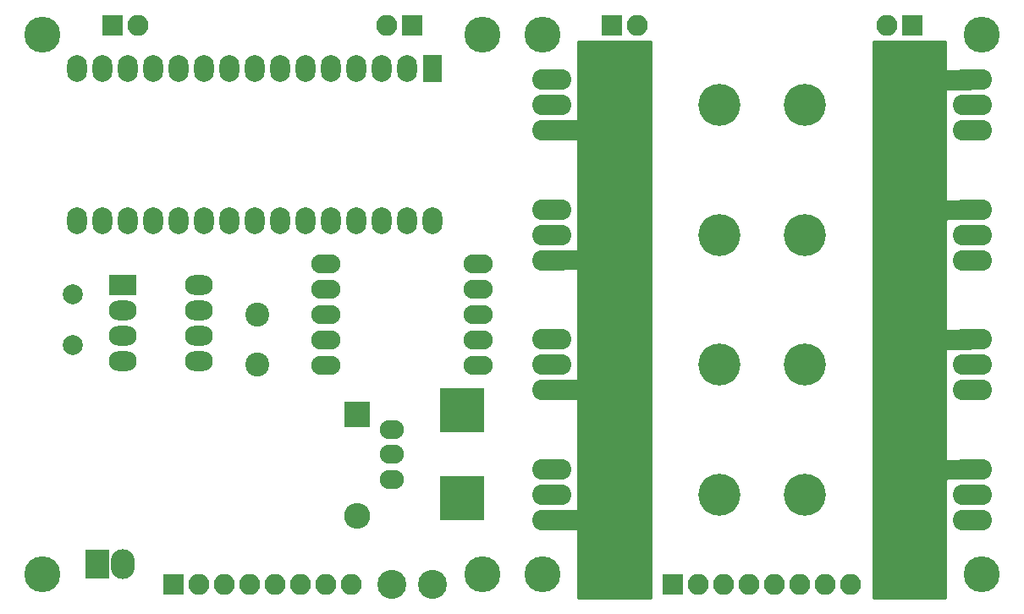
<source format=gbr>
G04 #@! TF.FileFunction,Soldermask,Bot*
%FSLAX46Y46*%
G04 Gerber Fmt 4.6, Leading zero omitted, Abs format (unit mm)*
G04 Created by KiCad (PCBNEW 4.0.4-stable) date 02/25/17 10:50:14*
%MOMM*%
%LPD*%
G01*
G04 APERTURE LIST*
%ADD10C,0.100000*%
%ADD11C,2.900000*%
%ADD12C,3.600000*%
%ADD13C,2.000000*%
%ADD14C,2.400000*%
%ADD15R,2.600000X2.600000*%
%ADD16O,2.600000X2.600000*%
%ADD17O,2.924000X1.924000*%
%ADD18R,2.400000X3.000000*%
%ADD19O,2.400000X3.000000*%
%ADD20R,2.100000X2.100000*%
%ADD21O,2.100000X2.100000*%
%ADD22R,2.800000X2.000000*%
%ADD23O,2.800000X2.000000*%
%ADD24O,2.400000X1.924000*%
%ADD25R,4.400000X4.400000*%
%ADD26R,1.974800X2.686000*%
%ADD27O,1.974800X2.686000*%
%ADD28C,2.899360*%
%ADD29O,3.900120X2.099260*%
%ADD30C,4.199840*%
%ADD31C,0.254000*%
G04 APERTURE END LIST*
D10*
D11*
X159750000Y-86500000D03*
X159750000Y-99500000D03*
X159750000Y-112500000D03*
X159750000Y-126500000D03*
X130250000Y-126500000D03*
X130250000Y-112500000D03*
X130250000Y-99500000D03*
D12*
X123000000Y-127000000D03*
X167000000Y-127000000D03*
X167000000Y-73000000D03*
D13*
X76000000Y-99000000D03*
X76000000Y-104000000D03*
D14*
X94500000Y-101000000D03*
X94500000Y-106000000D03*
D15*
X104500000Y-111000000D03*
D16*
X104500000Y-121160000D03*
D17*
X116620000Y-106080000D03*
X116620000Y-103540000D03*
X116620000Y-101000000D03*
X116620000Y-98460000D03*
X116620000Y-95920000D03*
X101380000Y-95920000D03*
X101380000Y-98460000D03*
X101380000Y-101000000D03*
X101380000Y-103540000D03*
X101380000Y-106080000D03*
D18*
X78500000Y-126000000D03*
D19*
X81040000Y-126000000D03*
D20*
X86100000Y-128000000D03*
D21*
X88640000Y-128000000D03*
X91180000Y-128000000D03*
X93720000Y-128000000D03*
X96260000Y-128000000D03*
X98800000Y-128000000D03*
X101340000Y-128000000D03*
X103880000Y-128000000D03*
D22*
X81000000Y-98000000D03*
D23*
X88620000Y-105620000D03*
X81000000Y-100540000D03*
X88620000Y-103080000D03*
X81000000Y-103080000D03*
X88620000Y-100540000D03*
X81000000Y-105620000D03*
X88620000Y-98000000D03*
D20*
X80000000Y-72000000D03*
D21*
X82540000Y-72000000D03*
D20*
X110000000Y-72000000D03*
D21*
X107460000Y-72000000D03*
D24*
X108000000Y-112500000D03*
X108000000Y-115000000D03*
X108000000Y-117500000D03*
D25*
X115000000Y-119400000D03*
X115000000Y-110600000D03*
D26*
X112050000Y-76380000D03*
D27*
X109510000Y-76380000D03*
X106970000Y-76380000D03*
X104430000Y-76380000D03*
X101890000Y-76380000D03*
X99350000Y-76380000D03*
X96810000Y-76380000D03*
X94270000Y-76380000D03*
X91730000Y-76380000D03*
X89190000Y-76380000D03*
X86650000Y-76380000D03*
X84110000Y-76380000D03*
X81570000Y-76380000D03*
X79030000Y-76380000D03*
X76490000Y-76380000D03*
X76490000Y-91620000D03*
X79030000Y-91620000D03*
X81570000Y-91620000D03*
X84110000Y-91620000D03*
X86650000Y-91620000D03*
X89190000Y-91620000D03*
X91730000Y-91620000D03*
X94270000Y-91620000D03*
X96810000Y-91620000D03*
X99350000Y-91620000D03*
X101890000Y-91620000D03*
X104430000Y-91620000D03*
X106970000Y-91620000D03*
X109510000Y-91620000D03*
X112050000Y-91620000D03*
D12*
X73000000Y-73000000D03*
X117000000Y-73000000D03*
X73000000Y-127000000D03*
X117000000Y-127000000D03*
D28*
X112000000Y-128000000D03*
X108000000Y-128000000D03*
D20*
X130000000Y-72000000D03*
D21*
X132540000Y-72000000D03*
D20*
X160000000Y-72000000D03*
D21*
X157460000Y-72000000D03*
D29*
X166000000Y-119000000D03*
X166000000Y-121540000D03*
X166000000Y-116460000D03*
D30*
X149236000Y-119000000D03*
D29*
X166000000Y-106000000D03*
X166000000Y-108540000D03*
X166000000Y-103460000D03*
D30*
X149236000Y-106000000D03*
D29*
X166000000Y-93000000D03*
X166000000Y-95540000D03*
X166000000Y-90460000D03*
D30*
X149236000Y-93000000D03*
D29*
X166000000Y-80000000D03*
X166000000Y-82540000D03*
X166000000Y-77460000D03*
D30*
X149236000Y-80000000D03*
D29*
X124000000Y-80000000D03*
X124000000Y-77460000D03*
X124000000Y-82540000D03*
D30*
X140764000Y-80000000D03*
D29*
X124000000Y-93000000D03*
X124000000Y-90460000D03*
X124000000Y-95540000D03*
D30*
X140764000Y-93000000D03*
D29*
X124000000Y-106000000D03*
X124000000Y-103460000D03*
X124000000Y-108540000D03*
D30*
X140764000Y-106000000D03*
D29*
X124000000Y-119000000D03*
X124000000Y-116460000D03*
X124000000Y-121540000D03*
D30*
X140764000Y-119000000D03*
D12*
X123000000Y-73000000D03*
D20*
X136100000Y-128000000D03*
D21*
X138640000Y-128000000D03*
X141180000Y-128000000D03*
X143720000Y-128000000D03*
X146260000Y-128000000D03*
X148800000Y-128000000D03*
X151340000Y-128000000D03*
X153880000Y-128000000D03*
D11*
X130250000Y-86500000D03*
D31*
G36*
X163373000Y-76500000D02*
X163383006Y-76549410D01*
X163411447Y-76591035D01*
X163453841Y-76618315D01*
X163500000Y-76627000D01*
X165873000Y-76627000D01*
X165873000Y-78373000D01*
X163500000Y-78373000D01*
X163450590Y-78383006D01*
X163408965Y-78411447D01*
X163381685Y-78453841D01*
X163373000Y-78500000D01*
X163373000Y-89500000D01*
X163383006Y-89549410D01*
X163411447Y-89591035D01*
X163453841Y-89618315D01*
X163500000Y-89627000D01*
X165873000Y-89627000D01*
X165873000Y-91373000D01*
X163500000Y-91373000D01*
X163450590Y-91383006D01*
X163408965Y-91411447D01*
X163381685Y-91453841D01*
X163373000Y-91500000D01*
X163373000Y-102500000D01*
X163383006Y-102549410D01*
X163411447Y-102591035D01*
X163453841Y-102618315D01*
X163500000Y-102627000D01*
X165873000Y-102627000D01*
X165873000Y-104373000D01*
X163500000Y-104373000D01*
X163450590Y-104383006D01*
X163408965Y-104411447D01*
X163381685Y-104453841D01*
X163373000Y-104500000D01*
X163373000Y-115500000D01*
X163383006Y-115549410D01*
X163411447Y-115591035D01*
X163453841Y-115618315D01*
X163500000Y-115627000D01*
X165873000Y-115627000D01*
X165873000Y-117373000D01*
X163500000Y-117373000D01*
X163450590Y-117383006D01*
X163408965Y-117411447D01*
X163381685Y-117453841D01*
X163373000Y-117500000D01*
X163373000Y-129373000D01*
X156127000Y-129373000D01*
X156127000Y-73627000D01*
X163373000Y-73627000D01*
X163373000Y-76500000D01*
X163373000Y-76500000D01*
G37*
X163373000Y-76500000D02*
X163383006Y-76549410D01*
X163411447Y-76591035D01*
X163453841Y-76618315D01*
X163500000Y-76627000D01*
X165873000Y-76627000D01*
X165873000Y-78373000D01*
X163500000Y-78373000D01*
X163450590Y-78383006D01*
X163408965Y-78411447D01*
X163381685Y-78453841D01*
X163373000Y-78500000D01*
X163373000Y-89500000D01*
X163383006Y-89549410D01*
X163411447Y-89591035D01*
X163453841Y-89618315D01*
X163500000Y-89627000D01*
X165873000Y-89627000D01*
X165873000Y-91373000D01*
X163500000Y-91373000D01*
X163450590Y-91383006D01*
X163408965Y-91411447D01*
X163381685Y-91453841D01*
X163373000Y-91500000D01*
X163373000Y-102500000D01*
X163383006Y-102549410D01*
X163411447Y-102591035D01*
X163453841Y-102618315D01*
X163500000Y-102627000D01*
X165873000Y-102627000D01*
X165873000Y-104373000D01*
X163500000Y-104373000D01*
X163450590Y-104383006D01*
X163408965Y-104411447D01*
X163381685Y-104453841D01*
X163373000Y-104500000D01*
X163373000Y-115500000D01*
X163383006Y-115549410D01*
X163411447Y-115591035D01*
X163453841Y-115618315D01*
X163500000Y-115627000D01*
X165873000Y-115627000D01*
X165873000Y-117373000D01*
X163500000Y-117373000D01*
X163450590Y-117383006D01*
X163408965Y-117411447D01*
X163381685Y-117453841D01*
X163373000Y-117500000D01*
X163373000Y-129373000D01*
X156127000Y-129373000D01*
X156127000Y-73627000D01*
X163373000Y-73627000D01*
X163373000Y-76500000D01*
G36*
X133873000Y-129373000D02*
X126627000Y-129373000D01*
X126627000Y-122500000D01*
X126616994Y-122450590D01*
X126588553Y-122408965D01*
X126546159Y-122381685D01*
X126500000Y-122373000D01*
X124127000Y-122373000D01*
X124127000Y-120627000D01*
X126500000Y-120627000D01*
X126549410Y-120616994D01*
X126591035Y-120588553D01*
X126618315Y-120546159D01*
X126627000Y-120500000D01*
X126627000Y-109500000D01*
X126616994Y-109450590D01*
X126588553Y-109408965D01*
X126546159Y-109381685D01*
X126500000Y-109373000D01*
X124127000Y-109373000D01*
X124127000Y-107627000D01*
X126500000Y-107627000D01*
X126549410Y-107616994D01*
X126591035Y-107588553D01*
X126618315Y-107546159D01*
X126627000Y-107500000D01*
X126627000Y-96500000D01*
X126616994Y-96450590D01*
X126588553Y-96408965D01*
X126546159Y-96381685D01*
X126500000Y-96373000D01*
X124127000Y-96373000D01*
X124127000Y-94627000D01*
X126500000Y-94627000D01*
X126549410Y-94616994D01*
X126591035Y-94588553D01*
X126618315Y-94546159D01*
X126627000Y-94500000D01*
X126627000Y-83500000D01*
X126616994Y-83450590D01*
X126588553Y-83408965D01*
X126546159Y-83381685D01*
X126500000Y-83373000D01*
X124127000Y-83373000D01*
X124127000Y-81627000D01*
X126500000Y-81627000D01*
X126549410Y-81616994D01*
X126591035Y-81588553D01*
X126618315Y-81546159D01*
X126627000Y-81500000D01*
X126627000Y-73627000D01*
X133873000Y-73627000D01*
X133873000Y-129373000D01*
X133873000Y-129373000D01*
G37*
X133873000Y-129373000D02*
X126627000Y-129373000D01*
X126627000Y-122500000D01*
X126616994Y-122450590D01*
X126588553Y-122408965D01*
X126546159Y-122381685D01*
X126500000Y-122373000D01*
X124127000Y-122373000D01*
X124127000Y-120627000D01*
X126500000Y-120627000D01*
X126549410Y-120616994D01*
X126591035Y-120588553D01*
X126618315Y-120546159D01*
X126627000Y-120500000D01*
X126627000Y-109500000D01*
X126616994Y-109450590D01*
X126588553Y-109408965D01*
X126546159Y-109381685D01*
X126500000Y-109373000D01*
X124127000Y-109373000D01*
X124127000Y-107627000D01*
X126500000Y-107627000D01*
X126549410Y-107616994D01*
X126591035Y-107588553D01*
X126618315Y-107546159D01*
X126627000Y-107500000D01*
X126627000Y-96500000D01*
X126616994Y-96450590D01*
X126588553Y-96408965D01*
X126546159Y-96381685D01*
X126500000Y-96373000D01*
X124127000Y-96373000D01*
X124127000Y-94627000D01*
X126500000Y-94627000D01*
X126549410Y-94616994D01*
X126591035Y-94588553D01*
X126618315Y-94546159D01*
X126627000Y-94500000D01*
X126627000Y-83500000D01*
X126616994Y-83450590D01*
X126588553Y-83408965D01*
X126546159Y-83381685D01*
X126500000Y-83373000D01*
X124127000Y-83373000D01*
X124127000Y-81627000D01*
X126500000Y-81627000D01*
X126549410Y-81616994D01*
X126591035Y-81588553D01*
X126618315Y-81546159D01*
X126627000Y-81500000D01*
X126627000Y-73627000D01*
X133873000Y-73627000D01*
X133873000Y-129373000D01*
M02*

</source>
